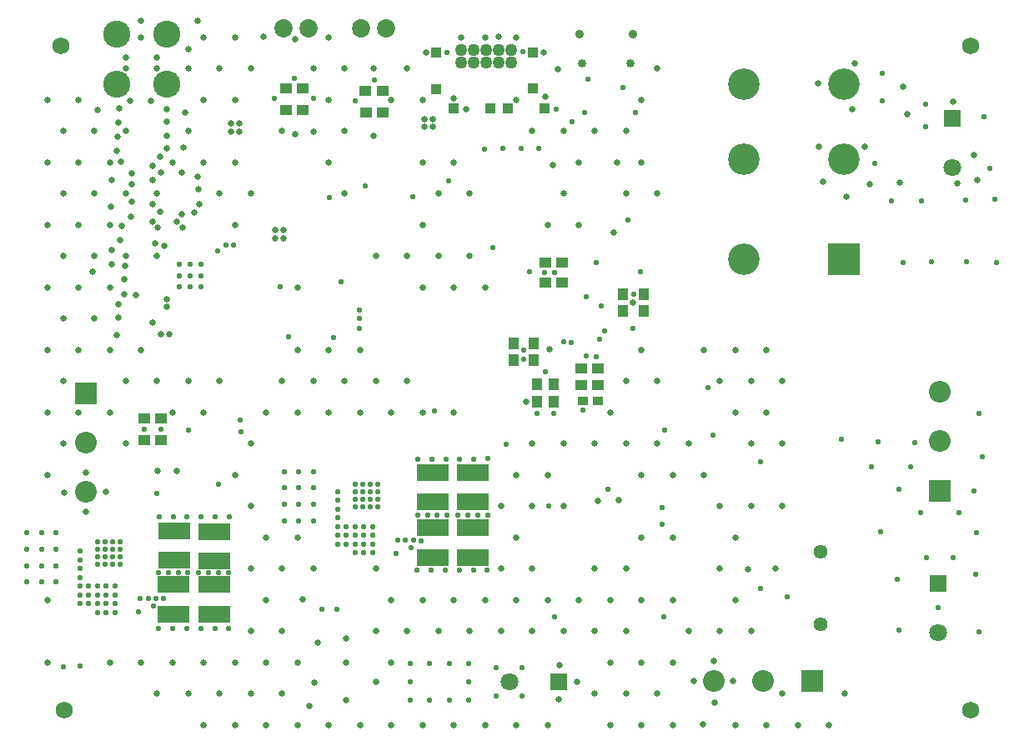
<source format=gbs>
G04*
G04 #@! TF.GenerationSoftware,Altium Limited,Altium Designer,18.1.4 (159)*
G04*
G04 Layer_Color=16711935*
%FSLAX24Y24*%
%MOIN*%
G70*
G01*
G75*
%ADD34R,0.0395X0.0434*%
%ADD38R,0.0867X0.0867*%
%ADD54R,0.0415X0.0356*%
%ADD55R,0.0434X0.0473*%
%ADD58R,0.0473X0.0434*%
%ADD59R,0.1260X0.0650*%
%ADD65C,0.0710*%
%ADD66R,0.0710X0.0710*%
%ADD67C,0.1084*%
%ADD68R,0.1261X0.1261*%
%ADD69C,0.1261*%
%ADD70C,0.0567*%
%ADD71C,0.0867*%
%ADD72C,0.0730*%
%ADD73C,0.0500*%
%ADD74C,0.0356*%
%ADD75C,0.0336*%
%ADD76R,0.0867X0.0867*%
%ADD77R,0.0710X0.0710*%
%ADD78C,0.0680*%
%ADD79C,0.0210*%
%ADD80C,0.0260*%
%ADD146R,0.0434X0.0395*%
D34*
X30660Y38157D02*
D03*
Y36700D02*
D03*
X26800Y38128D02*
D03*
Y36672D02*
D03*
D38*
X12770Y24497D02*
D03*
X46901Y20624D02*
D03*
D54*
X32635Y24200D02*
D03*
X33245D02*
D03*
D55*
X31476Y24191D02*
D03*
Y24860D02*
D03*
X30680Y26515D02*
D03*
Y25845D02*
D03*
X34259Y27814D02*
D03*
Y28483D02*
D03*
X30809Y24191D02*
D03*
Y24860D02*
D03*
X35080Y27815D02*
D03*
Y28485D02*
D03*
X29880Y25845D02*
D03*
Y26515D02*
D03*
D58*
X32577Y25512D02*
D03*
X33246D02*
D03*
X32575Y24850D02*
D03*
X33245D02*
D03*
X31803Y28956D02*
D03*
X31134D02*
D03*
X31803Y29745D02*
D03*
X31134D02*
D03*
X15111Y22650D02*
D03*
X15780D02*
D03*
X15115Y23515D02*
D03*
X15784D02*
D03*
X24636Y36616D02*
D03*
X23966D02*
D03*
X24646Y35756D02*
D03*
X23976D02*
D03*
X21449Y36696D02*
D03*
X20780D02*
D03*
X21456Y35836D02*
D03*
X20786D02*
D03*
D59*
X28247Y20166D02*
D03*
Y21347D02*
D03*
X17909Y16868D02*
D03*
Y15687D02*
D03*
X16300Y16868D02*
D03*
Y15687D02*
D03*
X16309Y17827D02*
D03*
Y19008D02*
D03*
X17917Y17807D02*
D03*
Y18988D02*
D03*
X28249Y19127D02*
D03*
Y17946D02*
D03*
X26640Y19127D02*
D03*
Y17946D02*
D03*
Y20167D02*
D03*
Y21348D02*
D03*
D65*
X46850Y14956D02*
D03*
X29726Y12971D02*
D03*
X47430Y33546D02*
D03*
D66*
X46850Y16924D02*
D03*
X47430Y35514D02*
D03*
D67*
X16010Y38860D02*
D03*
Y36860D02*
D03*
X14010D02*
D03*
Y38860D02*
D03*
D68*
X43070Y29870D02*
D03*
D69*
Y33870D02*
D03*
Y36870D02*
D03*
X39070Y29870D02*
D03*
Y33870D02*
D03*
Y36870D02*
D03*
D70*
X42160Y18163D02*
D03*
Y15289D02*
D03*
D71*
X12770Y22529D02*
D03*
Y20560D02*
D03*
X46901Y22593D02*
D03*
Y24561D02*
D03*
X39860Y13010D02*
D03*
X37891D02*
D03*
D72*
X21671Y39116D02*
D03*
X20671D02*
D03*
X24791Y39126D02*
D03*
X23791D02*
D03*
D73*
X27800Y37750D02*
D03*
Y38250D02*
D03*
X28300Y37750D02*
D03*
Y38250D02*
D03*
X28800Y37750D02*
D03*
Y38250D02*
D03*
X29300Y37750D02*
D03*
Y38250D02*
D03*
X29800Y37750D02*
D03*
Y38250D02*
D03*
D74*
X34657Y38891D02*
D03*
X32512D02*
D03*
D75*
X34539Y37698D02*
D03*
X32630D02*
D03*
D76*
X41828Y13010D02*
D03*
D77*
X31694Y12971D02*
D03*
D78*
X11800Y38420D02*
D03*
X11910Y11840D02*
D03*
X48150D02*
D03*
Y38420D02*
D03*
D79*
X30815Y23700D02*
D03*
X33316Y26684D02*
D03*
X30530Y29380D02*
D03*
X15620Y20500D02*
D03*
X29190Y12420D02*
D03*
X30210D02*
D03*
Y13530D02*
D03*
X29190D02*
D03*
X25750Y12977D02*
D03*
X27317Y13715D02*
D03*
X28100Y12977D02*
D03*
X27317Y12235D02*
D03*
X25750D02*
D03*
X26533D02*
D03*
X28100D02*
D03*
Y13715D02*
D03*
X25750Y13720D02*
D03*
X26533Y13715D02*
D03*
X32719Y35739D02*
D03*
X49120Y32270D02*
D03*
X47960Y32250D02*
D03*
X34453Y31450D02*
D03*
X30290Y25860D02*
D03*
X30280Y26230D02*
D03*
X34670Y28485D02*
D03*
X31119Y29350D02*
D03*
X31520D02*
D03*
X13590Y15750D02*
D03*
X12890Y16100D02*
D03*
X24240Y18480D02*
D03*
X12890Y16800D02*
D03*
X12540Y17150D02*
D03*
X22840Y19530D02*
D03*
X23540Y18830D02*
D03*
X13940Y15750D02*
D03*
X12540Y16100D02*
D03*
Y17500D02*
D03*
Y16450D02*
D03*
X23890Y18480D02*
D03*
X23190Y19180D02*
D03*
X24240Y18830D02*
D03*
X12540Y16800D02*
D03*
X23540Y18130D02*
D03*
X13240Y16450D02*
D03*
X24240Y18130D02*
D03*
X13590Y16450D02*
D03*
X23890Y19180D02*
D03*
X22840Y20580D02*
D03*
X13940Y16450D02*
D03*
X13240Y16100D02*
D03*
X24240Y19180D02*
D03*
X22840Y19880D02*
D03*
X23540Y19180D02*
D03*
X12540Y17850D02*
D03*
X13240Y16800D02*
D03*
X23540Y18480D02*
D03*
X22840Y20230D02*
D03*
Y18480D02*
D03*
X13940Y16800D02*
D03*
X12890Y16450D02*
D03*
X23890Y18130D02*
D03*
X13940Y16100D02*
D03*
X23190Y18480D02*
D03*
X13590Y16100D02*
D03*
X22840Y19180D02*
D03*
Y18830D02*
D03*
X12540Y18200D02*
D03*
X13590Y16800D02*
D03*
X23190Y18830D02*
D03*
X13240Y15750D02*
D03*
X23890Y18830D02*
D03*
X13850Y17670D02*
D03*
X13550Y18570D02*
D03*
X13850Y18270D02*
D03*
X13250D02*
D03*
X14150Y17970D02*
D03*
X13250Y18570D02*
D03*
Y17670D02*
D03*
X13850Y18570D02*
D03*
X13550Y17670D02*
D03*
X14150Y18270D02*
D03*
Y17670D02*
D03*
X13850Y17970D02*
D03*
X14150Y18570D02*
D03*
X13550Y17970D02*
D03*
Y18270D02*
D03*
X13250Y17970D02*
D03*
X17370Y29219D02*
D03*
X16520D02*
D03*
Y28760D02*
D03*
X16955D02*
D03*
X16953Y29219D02*
D03*
X16520Y29660D02*
D03*
X31570Y35882D02*
D03*
X29589Y22491D02*
D03*
X33650Y20670D02*
D03*
X31525Y15565D02*
D03*
X35875D02*
D03*
X39740Y16700D02*
D03*
Y21770D02*
D03*
X37860Y22827D02*
D03*
X35912Y23032D02*
D03*
X30260Y38180D02*
D03*
X27210Y38140D02*
D03*
X34956Y29392D02*
D03*
X34741Y35739D02*
D03*
X32850Y37090D02*
D03*
X32221Y35392D02*
D03*
X24305Y37035D02*
D03*
X21125Y37095D02*
D03*
X40830Y16390D02*
D03*
X20720Y21390D02*
D03*
X21295D02*
D03*
X21870D02*
D03*
X20720Y20727D02*
D03*
X21295D02*
D03*
X21870D02*
D03*
X20720Y20073D02*
D03*
X21295D02*
D03*
X21870D02*
D03*
X20720Y19420D02*
D03*
X21295D02*
D03*
X21870D02*
D03*
X11580Y16970D02*
D03*
X11005D02*
D03*
X10430D02*
D03*
X11580Y17623D02*
D03*
X11005D02*
D03*
X10430D02*
D03*
X11580Y18277D02*
D03*
X11005D02*
D03*
X10430D02*
D03*
X11580Y18940D02*
D03*
X11005D02*
D03*
X10430D02*
D03*
X17390Y28760D02*
D03*
Y29660D02*
D03*
X16955D02*
D03*
X20539Y28781D02*
D03*
X42980Y22670D02*
D03*
X44552Y18960D02*
D03*
X32635Y23855D02*
D03*
X22830Y15869D02*
D03*
X22201D02*
D03*
X25840Y32390D02*
D03*
X22503Y32357D02*
D03*
X22970Y28960D02*
D03*
X22686Y26754D02*
D03*
X20890Y26770D02*
D03*
X26720Y23800D02*
D03*
X31290Y19996D02*
D03*
X35833Y19270D02*
D03*
X35820Y19940D02*
D03*
X37665Y24745D02*
D03*
X23561Y36199D02*
D03*
X21890Y36300D02*
D03*
X20320D02*
D03*
X48700Y35570D02*
D03*
X46340Y35160D02*
D03*
Y36070D02*
D03*
X44630Y36220D02*
D03*
Y37320D02*
D03*
X44320Y33700D02*
D03*
X44990Y32210D02*
D03*
X46190D02*
D03*
X45450Y29744D02*
D03*
X46600Y29760D02*
D03*
X49200Y29730D02*
D03*
X47970Y29760D02*
D03*
X48930Y33520D02*
D03*
X45750Y21580D02*
D03*
X45920Y22540D02*
D03*
X44448Y22570D02*
D03*
X48500Y23700D02*
D03*
X48630Y21980D02*
D03*
X44170Y21560D02*
D03*
X48500Y14970D02*
D03*
X46840Y15930D02*
D03*
X45290Y15050D02*
D03*
X45270Y20670D02*
D03*
X48400Y18930D02*
D03*
X45230Y17090D02*
D03*
X48360Y17270D02*
D03*
X46390Y17930D02*
D03*
X47450Y17946D02*
D03*
X48280Y20596D02*
D03*
X46150Y19730D02*
D03*
X47680D02*
D03*
X33190Y25990D02*
D03*
X32800Y26000D02*
D03*
X26030Y17450D02*
D03*
X26590Y17449D02*
D03*
X27150Y17450D02*
D03*
X27710Y17449D02*
D03*
X28270D02*
D03*
X28830Y17450D02*
D03*
X26050Y21890D02*
D03*
X26610D02*
D03*
X27170D02*
D03*
X27730D02*
D03*
X28290D02*
D03*
X28850Y21903D02*
D03*
X24440Y20870D02*
D03*
Y20570D02*
D03*
Y20270D02*
D03*
Y19970D02*
D03*
X24140Y20870D02*
D03*
Y20570D02*
D03*
Y20270D02*
D03*
Y19970D02*
D03*
X23840Y20870D02*
D03*
Y20570D02*
D03*
Y20270D02*
D03*
Y19970D02*
D03*
X23540Y20870D02*
D03*
Y20570D02*
D03*
Y20270D02*
D03*
Y19970D02*
D03*
X26050Y19650D02*
D03*
X26435D02*
D03*
X26820D02*
D03*
X27205D02*
D03*
X27650D02*
D03*
X28050D02*
D03*
X28450D02*
D03*
X28850D02*
D03*
X25192Y18115D02*
D03*
X25246Y18635D02*
D03*
X25561D02*
D03*
X25877D02*
D03*
X26190Y18600D02*
D03*
X25768Y18357D02*
D03*
X18697Y30440D02*
D03*
X18370Y30430D02*
D03*
X18050Y30220D02*
D03*
X32800Y28380D02*
D03*
X18500Y15101D02*
D03*
X17940Y15100D02*
D03*
X17380D02*
D03*
X16820Y15101D02*
D03*
X16260Y15100D02*
D03*
X15700Y15101D02*
D03*
X15476Y16021D02*
D03*
X15900Y16300D02*
D03*
X15585D02*
D03*
X15269D02*
D03*
X14954D02*
D03*
X16880Y23049D02*
D03*
X18091Y20880D02*
D03*
X18510Y19563D02*
D03*
X17950D02*
D03*
X17390D02*
D03*
X16830D02*
D03*
X16270D02*
D03*
X15710D02*
D03*
X18500Y17340D02*
D03*
X18100D02*
D03*
X17700D02*
D03*
X17300D02*
D03*
X16855D02*
D03*
X16470D02*
D03*
X16085D02*
D03*
X15700D02*
D03*
X12565Y13600D02*
D03*
X11898Y13580D02*
D03*
X31500Y23700D02*
D03*
X14900Y15780D02*
D03*
X34250Y36750D02*
D03*
X15115Y23084D02*
D03*
X15784Y23074D02*
D03*
X18980Y22970D02*
D03*
X18950Y23450D02*
D03*
X23710Y27100D02*
D03*
Y27500D02*
D03*
X23720Y27840D02*
D03*
X31890Y26560D02*
D03*
X32170Y26540D02*
D03*
X31140Y25390D02*
D03*
X29050Y30340D02*
D03*
X23961Y32800D02*
D03*
X33400Y28000D02*
D03*
X27300Y33000D02*
D03*
X33168Y29744D02*
D03*
X28716Y34284D02*
D03*
X29444Y34300D02*
D03*
X30172D02*
D03*
X30900Y34300D02*
D03*
X34657Y27100D02*
D03*
X33515Y27000D02*
D03*
D80*
X20363Y30720D02*
D03*
X20683Y31030D02*
D03*
Y30720D02*
D03*
X20363Y31030D02*
D03*
X18920Y34990D02*
D03*
X18600Y35300D02*
D03*
Y34990D02*
D03*
X18920Y35300D02*
D03*
X26320Y35180D02*
D03*
X26640Y35490D02*
D03*
Y35180D02*
D03*
X26320Y35490D02*
D03*
X16027Y27960D02*
D03*
X16024Y28270D02*
D03*
X15440Y27337D02*
D03*
X47620Y32910D02*
D03*
X48270Y34030D02*
D03*
X48410Y33030D02*
D03*
X45310Y32950D02*
D03*
X44130Y32890D02*
D03*
X43190Y32360D02*
D03*
X42250Y32970D02*
D03*
X43920Y34390D02*
D03*
X42090D02*
D03*
X43420Y35870D02*
D03*
X42050Y36910D02*
D03*
X43510Y37720D02*
D03*
X47460Y36160D02*
D03*
X45620Y35690D02*
D03*
X45460Y36780D02*
D03*
X39240Y17490D02*
D03*
X29300Y38761D02*
D03*
X16880Y38267D02*
D03*
X17249Y39400D02*
D03*
X14990D02*
D03*
X13260Y35850D02*
D03*
X13040Y29370D02*
D03*
X13790Y31990D02*
D03*
X13810Y33050D02*
D03*
X14030Y26832D02*
D03*
X14070Y27530D02*
D03*
Y28090D02*
D03*
X15770Y26880D02*
D03*
X16104D02*
D03*
X14798Y28450D02*
D03*
X14323Y28474D02*
D03*
X14320Y29080D02*
D03*
X14340Y29600D02*
D03*
X13820Y29680D02*
D03*
X13830Y30235D02*
D03*
X15930Y30400D02*
D03*
X15560Y30500D02*
D03*
X14150Y30650D02*
D03*
X14210Y31215D02*
D03*
X14600Y31590D02*
D03*
X14610Y32181D02*
D03*
Y32870D02*
D03*
X14620Y33320D02*
D03*
X14180Y33780D02*
D03*
X14030Y34200D02*
D03*
X14040Y34770D02*
D03*
X14080Y35350D02*
D03*
X14110Y35920D02*
D03*
X16750Y35750D02*
D03*
X16690Y34330D02*
D03*
X15640Y31130D02*
D03*
X16660Y31128D02*
D03*
X16420Y31360D02*
D03*
X16633Y31680D02*
D03*
X17127Y31740D02*
D03*
X17310Y32060D02*
D03*
X17290Y32670D02*
D03*
X17250Y33160D02*
D03*
X16630Y33330D02*
D03*
X15780D02*
D03*
X15740Y31770D02*
D03*
X15440Y31370D02*
D03*
Y32080D02*
D03*
Y33040D02*
D03*
Y33613D02*
D03*
X15750Y33960D02*
D03*
X16030Y34310D02*
D03*
Y34821D02*
D03*
Y35380D02*
D03*
Y35890D02*
D03*
X15400Y36214D02*
D03*
X14560D02*
D03*
X14380Y37940D02*
D03*
X15625D02*
D03*
X37460Y11260D02*
D03*
X43125Y12500D02*
D03*
X42500Y11250D02*
D03*
X41250D02*
D03*
X40000Y26250D02*
D03*
X40625Y25000D02*
D03*
X40000Y23750D02*
D03*
X40625Y22500D02*
D03*
Y20000D02*
D03*
X40350Y17510D02*
D03*
X40625Y12500D02*
D03*
X40000Y11250D02*
D03*
X38750Y26250D02*
D03*
X39375Y25000D02*
D03*
X38750Y23750D02*
D03*
X39375Y22500D02*
D03*
Y20000D02*
D03*
X38750Y18750D02*
D03*
Y16250D02*
D03*
X39375Y15000D02*
D03*
X38660Y13010D02*
D03*
X38750Y11250D02*
D03*
X37500Y26250D02*
D03*
X38125Y25000D02*
D03*
X37500Y21250D02*
D03*
X38125Y20000D02*
D03*
Y17500D02*
D03*
Y15000D02*
D03*
X37891Y13800D02*
D03*
X37910Y12140D02*
D03*
X36875Y22500D02*
D03*
X36250Y21250D02*
D03*
Y18750D02*
D03*
Y16250D02*
D03*
X36875Y15000D02*
D03*
X36250Y13750D02*
D03*
X37100Y13025D02*
D03*
X36250Y11250D02*
D03*
X35625Y37500D02*
D03*
X35000Y36250D02*
D03*
X11920Y20530D02*
D03*
X35000Y33750D02*
D03*
X35625Y32500D02*
D03*
X35000Y26250D02*
D03*
X35625Y25000D02*
D03*
Y22500D02*
D03*
X35000Y21250D02*
D03*
Y18750D02*
D03*
Y16250D02*
D03*
Y13750D02*
D03*
X35625Y12500D02*
D03*
X35000Y11250D02*
D03*
X34375Y35000D02*
D03*
X34020Y33730D02*
D03*
X34375Y32500D02*
D03*
X33873Y30950D02*
D03*
X34375Y25000D02*
D03*
X33750Y23750D02*
D03*
X34375Y22500D02*
D03*
X34090Y20240D02*
D03*
X34375Y17500D02*
D03*
X33750Y16250D02*
D03*
X34375Y15000D02*
D03*
X33750Y13750D02*
D03*
X34375Y12500D02*
D03*
X33750Y11250D02*
D03*
X33125Y35000D02*
D03*
X32500Y33750D02*
D03*
Y31250D02*
D03*
X33125Y22500D02*
D03*
X33240Y20220D02*
D03*
X33125Y17500D02*
D03*
X32500Y16250D02*
D03*
X33125Y15000D02*
D03*
Y12500D02*
D03*
X32414Y12960D02*
D03*
X24280Y34824D02*
D03*
X31640Y37488D02*
D03*
X31140Y36390D02*
D03*
X31875Y35000D02*
D03*
X31450Y33630D02*
D03*
X31875Y32500D02*
D03*
X31250Y31250D02*
D03*
X31323Y26280D02*
D03*
X30369Y24191D02*
D03*
X31875Y22500D02*
D03*
X31250Y21250D02*
D03*
X31875Y20000D02*
D03*
X31250Y16250D02*
D03*
X31875Y15000D02*
D03*
X31710Y13650D02*
D03*
X31250Y11250D02*
D03*
X30000Y38750D02*
D03*
X31070Y38140D02*
D03*
X30000Y36250D02*
D03*
X30625Y35000D02*
D03*
Y22500D02*
D03*
X30000Y21250D02*
D03*
X30625Y20000D02*
D03*
X30000Y18750D02*
D03*
X30625Y17500D02*
D03*
X30000Y16250D02*
D03*
X30625Y15000D02*
D03*
X30000Y11250D02*
D03*
X28750Y38750D02*
D03*
X27970Y35890D02*
D03*
X28750Y28750D02*
D03*
X29375Y20000D02*
D03*
Y17500D02*
D03*
X28750Y16250D02*
D03*
X29375Y15000D02*
D03*
X28750Y11250D02*
D03*
X27800Y38750D02*
D03*
X27500Y36300D02*
D03*
Y33750D02*
D03*
X28125Y32500D02*
D03*
Y30000D02*
D03*
X27500Y28750D02*
D03*
Y23750D02*
D03*
Y16250D02*
D03*
X28125Y15000D02*
D03*
X27500Y11250D02*
D03*
X21150Y34880D02*
D03*
X26370Y38140D02*
D03*
X26250Y36250D02*
D03*
Y33750D02*
D03*
X26875Y32500D02*
D03*
X26250Y31250D02*
D03*
X26875Y30000D02*
D03*
X26250Y28750D02*
D03*
Y23750D02*
D03*
Y16250D02*
D03*
X26875Y15000D02*
D03*
X26250Y11250D02*
D03*
X25625Y37500D02*
D03*
X25000Y36250D02*
D03*
X25625Y30000D02*
D03*
Y25000D02*
D03*
X25000Y23750D02*
D03*
Y16250D02*
D03*
X25625Y15000D02*
D03*
X25000Y13750D02*
D03*
Y11250D02*
D03*
X24300Y37500D02*
D03*
X24375Y30000D02*
D03*
X23750Y26250D02*
D03*
X24375Y25000D02*
D03*
X23750Y23750D02*
D03*
X24375Y17500D02*
D03*
Y15000D02*
D03*
X24400Y12960D02*
D03*
X23187Y12250D02*
D03*
X23750Y11250D02*
D03*
X22500Y38750D02*
D03*
X23125Y37500D02*
D03*
X22500Y36250D02*
D03*
X23125Y35000D02*
D03*
X22500Y33750D02*
D03*
X23125Y32500D02*
D03*
X22500Y26250D02*
D03*
X23125Y25000D02*
D03*
X22500Y23750D02*
D03*
X23194Y14700D02*
D03*
Y13730D02*
D03*
X22500Y11250D02*
D03*
X21160Y38670D02*
D03*
X21875Y37500D02*
D03*
Y34960D02*
D03*
X21250Y28750D02*
D03*
Y26250D02*
D03*
X21875Y25000D02*
D03*
X21250Y23750D02*
D03*
Y18750D02*
D03*
X21875Y17500D02*
D03*
X22056Y14530D02*
D03*
X21250Y13750D02*
D03*
X21930Y12950D02*
D03*
X21250Y11250D02*
D03*
X19880Y38770D02*
D03*
X20625Y35000D02*
D03*
Y25000D02*
D03*
X20000Y23750D02*
D03*
Y18750D02*
D03*
X20625Y17500D02*
D03*
X20000Y16250D02*
D03*
X20625Y15000D02*
D03*
X20000Y13750D02*
D03*
X20625Y12500D02*
D03*
X20000Y11250D02*
D03*
X18750Y38750D02*
D03*
X19375Y37500D02*
D03*
X18750Y36250D02*
D03*
Y33750D02*
D03*
X19375Y32500D02*
D03*
X18750Y31250D02*
D03*
X13580Y20570D02*
D03*
X19375Y22500D02*
D03*
X18750Y21250D02*
D03*
X19375Y20000D02*
D03*
Y17500D02*
D03*
Y15000D02*
D03*
X18750Y13750D02*
D03*
X19375Y12500D02*
D03*
X18750Y11250D02*
D03*
X17500Y38750D02*
D03*
X18125Y37500D02*
D03*
X17500Y36250D02*
D03*
Y33750D02*
D03*
X18125Y32500D02*
D03*
Y25000D02*
D03*
X17500Y23750D02*
D03*
Y13750D02*
D03*
X18125Y12500D02*
D03*
X17500Y11250D02*
D03*
X16875Y37500D02*
D03*
Y35000D02*
D03*
X16250Y33750D02*
D03*
X16875Y25000D02*
D03*
X16250Y23750D02*
D03*
X16409Y21410D02*
D03*
X16250Y13750D02*
D03*
X16875Y12500D02*
D03*
X31680Y12290D02*
D03*
X15000Y38750D02*
D03*
X15625Y37500D02*
D03*
Y32500D02*
D03*
Y30000D02*
D03*
X15000Y26250D02*
D03*
X15625Y25000D02*
D03*
X15640Y21410D02*
D03*
X15000Y13750D02*
D03*
X15625Y12500D02*
D03*
X21450Y16260D02*
D03*
X14375Y37500D02*
D03*
Y35000D02*
D03*
X13750Y33750D02*
D03*
X14375Y32500D02*
D03*
X13750Y31250D02*
D03*
X14375Y30000D02*
D03*
X13750Y28750D02*
D03*
Y26250D02*
D03*
X14375Y25000D02*
D03*
X13750Y23750D02*
D03*
X14375Y22500D02*
D03*
X13750Y13750D02*
D03*
X21730Y12020D02*
D03*
X12500Y36250D02*
D03*
X13125Y35000D02*
D03*
X12500Y33750D02*
D03*
X13125Y32500D02*
D03*
X12500Y31250D02*
D03*
X13125Y30000D02*
D03*
X12500Y28750D02*
D03*
X13125Y27500D02*
D03*
X12500Y26250D02*
D03*
Y23750D02*
D03*
X12780Y21336D02*
D03*
X12790Y19770D02*
D03*
X11250Y36250D02*
D03*
X11875Y35000D02*
D03*
X11250Y33750D02*
D03*
X11875Y32500D02*
D03*
X11250Y31250D02*
D03*
X11875Y30000D02*
D03*
X11250Y28750D02*
D03*
X11875Y27500D02*
D03*
X11250Y26250D02*
D03*
X11875Y25000D02*
D03*
X11250Y23750D02*
D03*
X11875Y22500D02*
D03*
X11250Y21250D02*
D03*
Y16250D02*
D03*
Y13750D02*
D03*
X34660Y28130D02*
D03*
D146*
X31119Y35900D02*
D03*
X29663D02*
D03*
X27500D02*
D03*
X28957D02*
D03*
M02*

</source>
